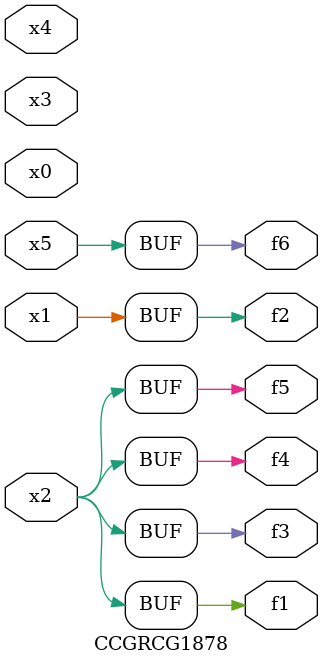
<source format=v>
module CCGRCG1878(
	input x0, x1, x2, x3, x4, x5,
	output f1, f2, f3, f4, f5, f6
);
	assign f1 = x2;
	assign f2 = x1;
	assign f3 = x2;
	assign f4 = x2;
	assign f5 = x2;
	assign f6 = x5;
endmodule

</source>
